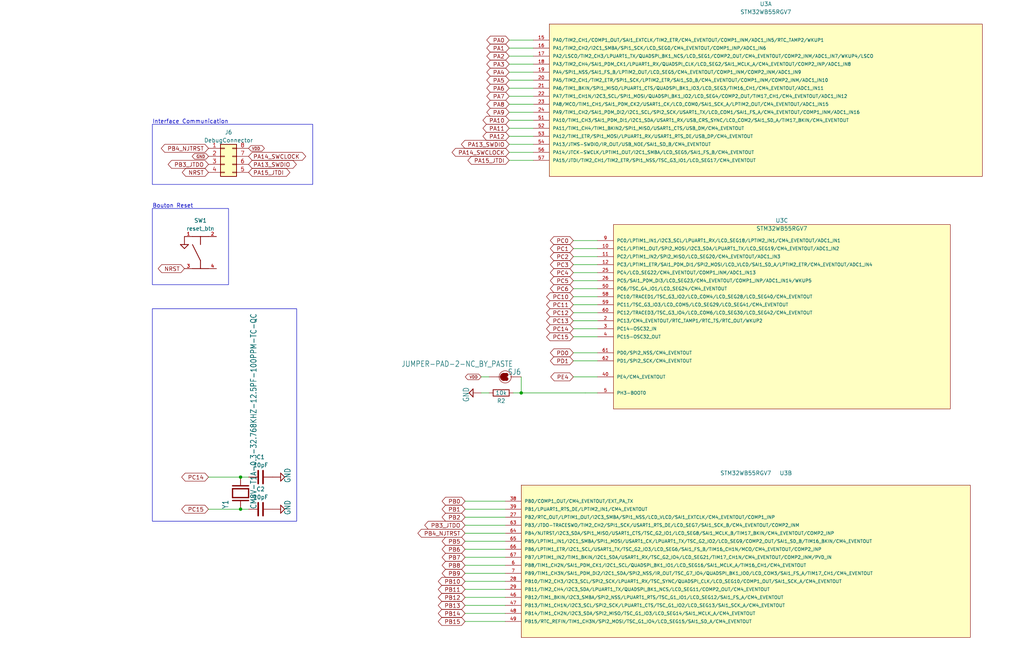
<source format=kicad_sch>
(kicad_sch (version 20230121) (generator eeschema)
  (paper "User" 324.383 210.007)
  (lib_symbols
    (symbol "Connector_Generic:Conn_02x04_Counter_Clockwise" (pin_names (offset 1.016) hide)
      (property "Reference" "J" (at 1.27 5.08 0))
      (property "Value" "Conn_02x04_Counter_Clockwise" (at 1.27 -7.62 0))
      (symbol "Conn_02x04_Counter_Clockwise_1_1"
        (pin passive line (at -5.08 2.54 0) (length 3.81) (name "Pin_1") (number "1"))
        (pin passive line (at -5.08 0 0) (length 3.81) (name "Pin_2") (number "2"))
        (pin passive line (at -5.08 -2.54 0) (length 3.81) (name "Pin_3") (number "3"))
        (pin passive line (at -5.08 -5.08 0) (length 3.81) (name "Pin_4") (number "4"))
        (pin passive line (at 7.62 -5.08 180) (length 3.81) (name "Pin_5") (number "5"))
        (pin passive line (at 7.62 -2.54 180) (length 3.81) (name "Pin_6") (number "6"))
        (pin passive line (at 7.62 0 180) (length 3.81) (name "Pin_7") (number "7"))
        (pin passive line (at 7.62 2.54 180) (length 3.81) (name "Pin_8") (number "8"))
      )
    )
    (symbol "Device:C" (pin_numbers hide) (pin_names (offset 0.254))
      (property "Reference" "C" (at 0.635 2.54 0))
      (property "Value" "C" (at 0.635 -2.54 0))
      (symbol "C_1_1"
        (pin passive line (at 0 3.81 270) (length 2.794) (name "~") (number "1"))
        (pin passive line (at 0 -3.81 90) (length 2.794) (name "~") (number "2"))
      )
    )
    (symbol "Device:R" (pin_numbers hide) (pin_names (offset 0))
      (property "Reference" "R" (at 2.032 0 90))
      (property "Value" "R" (at 0 0 90))
      (symbol "R_1_1"
        (pin passive line (at 0 3.81 270) (length 1.27) (name "~") (number "1"))
        (pin passive line (at 0 -3.81 90) (length 1.27) (name "~") (number "2"))
      )
    )
    (symbol "STM32WB55RGV7:STM32WB55RGV7" (pin_names (offset 1.016))
      (property "Reference" "U3" (at 0 29.21 0))
      (property "Value" "STM32WB55RGV7" (at 0 26.67 0))
      (symbol "STM32WB55RGV7_1_0"
        (pin bidirectional line (at -73.66 17.78 0) (length 5.08) (name "PA0/TIM2_CH1/COMP1_OUT/SAI1_EXTCLK/TIM2_ETR/CM4_EVENTOUT/COMP1_INM/ADC1_IN5/RTC_TAMP2/WKUP1") (number "15"))
        (pin bidirectional line (at -73.66 15.24 0) (length 5.08) (name "PA1/TIM2_CH2/I2C1_SMBA/SPI1_SCK/LCD_SEG0/CM4_EVENTOUT/COMP1_INP/ADC1_IN6") (number "16"))
        (pin bidirectional line (at -73.66 12.7 0) (length 5.08) (name "PA2/LSCO/TIM2_CH3/LPUART1_TX/QUADSPI_BK1_NCS/LCD_SEG1/COMP2_OUT/CM4_EVENTOUT/COMP2_INM/ADC1_IN7/WKUP4/LSCO") (number "17"))
        (pin bidirectional line (at -73.66 10.16 0) (length 5.08) (name "PA3/TIM2_CH4/SAI1_PDM_CK1/LPUART1_RX/QUADSPI_CLK/LCD_SEG2/SAI1_MCLK_A/CM4_EVENTOUT/COMP2_INP/ADC1_IN8") (number "18"))
        (pin bidirectional line (at -73.66 7.62 0) (length 5.08) (name "PA4/SPI1_NSS/SAI1_FS_B/LPTIM2_OUT/LCD_SEG5/CM4_EVENTOUT/COMP1_INM/COMP2_INM/ADC1_IN9") (number "19"))
        (pin bidirectional line (at -73.66 5.08 0) (length 5.08) (name "PA5/TIM2_CH1/TIM2_ETR/SPI1_SCK/LPTIM2_ETR/SAI1_SD_B/CM4_EVENTOUT/COMP1_INM/COMP2_INM/ADC1_IN10") (number "20"))
        (pin bidirectional line (at -73.66 2.54 0) (length 5.08) (name "PA6/TIM1_BKIN/SPI1_MISO/LPUART1_CTS/QUADSPI_BK1_IO3/LCD_SEG3/TIM16_CH1/CM4_EVENTOUT/ADC1_IN11") (number "21"))
        (pin bidirectional line (at -73.66 0 0) (length 5.08) (name "PA7/TIM1_CH1N/I2C3_SCL/SPI1_MOSI/QUADSPI_BK1_IO2/LCD_SEG4/COMP2_OUT/TIM17_CH1/CM4_EVENTOUT/ADC1_IN12") (number "22"))
        (pin bidirectional line (at -73.66 -2.54 0) (length 5.08) (name "PA8/MCO/TIM1_CH1/SAI1_PDM_CK2/USART1_CK/LCD_COM0/SAI1_SCK_A/LPTIM2_OUT/CM4_EVENTOUT/ADC1_IN15") (number "23"))
        (pin bidirectional line (at -73.66 -5.08 0) (length 5.08) (name "PA9/TIM1_CH2/SAI1_PDM_DI2/I2C1_SCL/SPI2_SCK/USART1_TX/LCD_COM1/SAI1_FS_A/CM4_EVENTOUT/COMP1_INM/ADC1_IN16") (number "24"))
        (pin bidirectional line (at -73.66 -7.62 0) (length 5.08) (name "PA10/TIM1_CH3/SAI1_PDM_DI1/I2C1_SDA/USART1_RX/USB_CRS_SYNC/LCD_COM2/SAI1_SD_A/TIM17_BKIN/CM4_EVENTOUT") (number "51"))
        (pin bidirectional line (at -73.66 -10.16 0) (length 5.08) (name "PA11/TIM1_CH4/TIM1_BKIN2/SPI1_MISO/USART1_CTS/USB_DM/CM4_EVENTOUT") (number "52"))
        (pin bidirectional line (at -73.66 -12.7 0) (length 5.08) (name "PA12/TIM1_ETR/SPI1_MOSI/LPUART1_RX/USART1_RTS_DE/USB_DP/CM4_EVENTOUT") (number "53"))
        (pin bidirectional line (at -73.66 -15.24 0) (length 5.08) (name "PA13/JTMS-SWDIO/IR_OUT/USB_NOE/SAI1_SD_B/CM4_EVENTOUT") (number "54"))
        (pin bidirectional line (at -73.66 -17.78 0) (length 5.08) (name "PA14/JTCK-SWCLK/LPTIM1_OUT/I2C1_SMBA/LCD_SEG5/SAI1_FS_B/CM4_EVENTOUT") (number "56"))
        (pin bidirectional line (at -73.66 -20.32 0) (length 5.08) (name "PA15/JTDI/TIM2_CH1/TIM2_ETR/SPI1_NSS/TSC_G3_IO1/LCD_SEG17/CM4_EVENTOUT") (number "57"))
      )
      (symbol "STM32WB55RGV7_2_0"
        (pin bidirectional line (at -76.2 12.7 0) (length 5.08) (name "PB2/RTC_OUT/LPTIM1_OUT/I2C3_SMBA/SPI1_NSS/LCD_VLCD/SAI1_EXTCLK/CM4_EVENTOUT/COMP1_INP") (number "27"))
        (pin bidirectional line (at -76.2 -7.62 0) (length 5.08) (name "PB10/TIM2_CH3/I2C3_SCL/SPI2_SCK/LPUART1_RX/TSC_SYNC/QUADSPI_CLK/LCD_SEG10/COMP1_OUT/SAI1_SCK_A/CM4_EVENTOUT") (number "28"))
        (pin bidirectional line (at -76.2 -10.16 0) (length 5.08) (name "PB11/TIM2_CH4/I2C3_SDA/LPUART1_TX/QUADSPI_BK1_NCS/LCD_SEG11/COMP2_OUT/CM4_EVENTOUT") (number "29"))
        (pin bidirectional line (at -76.2 17.78 0) (length 5.08) (name "PB0/COMP1_OUT/CM4_EVENTOUT/EXT_PA_TX") (number "38"))
        (pin bidirectional line (at -76.2 15.24 0) (length 5.08) (name "PB1/LPUART1_RTS_DE/LPTIM2_IN1/CM4_EVENTOUT") (number "39"))
        (pin bidirectional line (at -76.2 -12.7 0) (length 5.08) (name "PB12/TIM1_BKIN/I2C3_SMBA/SPI2_NSS/LPUART1_RTS/TSC_G1_IO1/LCD_SEG12/SAI1_FS_A/CM4_EVENTOUT") (number "46"))
        (pin bidirectional line (at -76.2 -15.24 0) (length 5.08) (name "PB13/TIM1_CH1N/I2C3_SCL/SPI2_SCK/LPUART1_CTS/TSC_G1_IO2/LCD_SEG13/SAI1_SCK_A/CM4_EVENTOUT") (number "47"))
        (pin bidirectional line (at -76.2 -17.78 0) (length 5.08) (name "PB14/TIM1_CH2N/I2C3_SDA/SPI2_MISO/TSC_G1_IO3/LCD_SEG14/SAI1_MCLK_A/CM4_EVENTOUT") (number "48"))
        (pin bidirectional line (at -76.2 -20.32 0) (length 5.08) (name "PB15/RTC_REFIN/TIM1_CH3N/SPI2_MOSI/TSC_G1_IO4/LCD_SEG15/SAI1_SD_A/CM4_EVENTOUT") (number "49"))
        (pin bidirectional line (at -76.2 -2.54 0) (length 5.08) (name "PB8/TIM1_CH2N/SAI1_PDM_CK1/I2C1_SCL/QUADSPI_BK1_IO1/LCD_SEG16/SAI1_MCLK_A/TIM16_CH1/CM4_EVENTOUT") (number "6"))
        (pin bidirectional line (at -76.2 10.16 0) (length 5.08) (name "PB3/JTDO-TRACESWO/TIM2_CH2/SPI1_SCK/USART1_RTS_DE/LCD_SEG7/SAI1_SCK_B/CM4_EVENTOUT/COMP2_INM") (number "63"))
        (pin bidirectional line (at -76.2 7.62 0) (length 5.08) (name "PB4/NJTRST/I2C3_SDA/SPI1_MISO/USART1_CTS/TSC_G2_IO1/LCD_SEG8/SAI1_MCLK_B/TIM17_BKIN/CM4_EVENTOUT/COMP2_INP") (number "64"))
        (pin bidirectional line (at -76.2 5.08 0) (length 5.08) (name "PB5/LPTIM1_IN1/I2C1_SMBA/SPI1_MOSI/USART1_CK/LPUART1_TX/TSC_G2_IO2/LCD_SEG9/COMP2_OUT/SAI1_SD_B/TIM16_BKIN/CM4_EVENTOUT") (number "65"))
        (pin bidirectional line (at -76.2 2.54 0) (length 5.08) (name "PB6/LPTIM1_ETR/I2C1_SCL/USART1_TX/TSC_G2_IO3/LCD_SEG6/SAI1_FS_B/TIM16_CH1N/MCO/CM4_EVENTOUT/COMP2_INP") (number "66"))
        (pin bidirectional line (at -76.2 0 0) (length 5.08) (name "PB7/LPTIM1_IN2/TIM1_BKIN/I2C1_SDA/USART1_RX/TSC_G2_IO4/LCD_SEG21/TIM17_CH1N/CM4_EVENTOUT/COMP2_INM/PVD_IN") (number "67"))
        (pin bidirectional line (at -76.2 -5.08 0) (length 5.08) (name "PB9/TIM1_CH3N/SAI1_PDM_DI2/I2C1_SDA/SPI2_NSS/IR_OUT/TSC_G7_IO4/QUADSPI_BK1_IO0/LCD_COM3/SAI1_FS_A/TIM17_CH1/CM4_EVENTOUT") (number "7"))
      )
      (symbol "STM32WB55RGV7_3_0"
        (pin bidirectional line (at -58.42 20.32 0) (length 5.08) (name "PC1/LPTIM1_OUT/SPI2_MOSI/I2C3_SDA/LPUART1_TX/LCD_SEG19/CM4_EVENTOUT/ADC1_IN2") (number "10"))
        (pin bidirectional line (at -58.42 17.78 0) (length 5.08) (name "PC2/LPTIM1_IN2/SPI2_MISO/LCD_SEG20/CM4_EVENTOUT/ADC1_IN3") (number "11"))
        (pin bidirectional line (at -58.42 15.24 0) (length 5.08) (name "PC3/LPTIM1_ETR/SAI1_PDM_DI1/SPI2_MOSI/LCD_VLCD/SAI1_SD_A/LPTIM2_ETR/CM4_EVENTOUT/ADC1_IN4") (number "12"))
        (pin bidirectional line (at -58.42 -2.54 0) (length 5.08) (name "PC13/CM4_EVENTOUT/RTC_TAMP1/RTC_TS/RTC_OUT/WKUP2") (number "2"))
        (pin bidirectional line (at -58.42 12.7 0) (length 5.08) (name "PC4/LCD_SEG22/CM4_EVENTOUT/COMP1_INM/ADC1_IN13") (number "25"))
        (pin bidirectional line (at -58.42 10.16 0) (length 5.08) (name "PC5/SAI1_PDM_DI3/LCD_SEG23/CM4_EVENTOUT/COMP1_INP/ADC1_IN14/WKUP5") (number "26"))
        (pin bidirectional line (at -58.42 -5.08 0) (length 5.08) (name "PC14-OSC32_IN") (number "3"))
        (pin bidirectional line (at -58.42 -7.62 0) (length 5.08) (name "PC15-OSC32_OUT") (number "4"))
        (pin bidirectional line (at -58.42 -20.32 0) (length 5.08) (name "PE4/CM4_EVENTOUT") (number "40"))
        (pin bidirectional line (at -58.42 -25.4 0) (length 5.08) (name "PH3-BOOT0") (number "5"))
        (pin bidirectional line (at -58.42 7.62 0) (length 5.08) (name "PC6/TSC_G4_IO1/LCD_SEG24/CM4_EVENTOUT") (number "50"))
        (pin bidirectional line (at -58.42 5.08 0) (length 5.08) (name "PC10/TRACED1/TSC_G3_IO2/LCD_COM4/LCD_SEG28/LCD_SEG40/CM4_EVENTOUT") (number "58"))
        (pin bidirectional line (at -58.42 2.54 0) (length 5.08) (name "PC11/TSC_G3_IO3/LCD_COM5/LCD_SEG29/LCD_SEG41/CM4_EVENTOUT") (number "59"))
        (pin bidirectional line (at -58.42 0 0) (length 5.08) (name "PC12/TRACED3/TSC_G3_IO4/LCD_COM6/LCD_SEG30/LCD_SEG42/CM4_EVENTOUT") (number "60"))
        (pin bidirectional line (at -58.42 -12.7 0) (length 5.08) (name "PD0/SPI2_NSS/CM4_EVENTOUT") (number "61"))
        (pin bidirectional line (at -58.42 -15.24 0) (length 5.08) (name "PD1/SPI2_SCK/CM4_EVENTOUT") (number "62"))
        (pin bidirectional line (at -58.42 22.86 0) (length 5.08) (name "PC0/LPTIM1_IN1/I2C3_SCL/LPUART1_RX/LCD_SEG18/LPTIM2_IN1/CM4_EVENTOUT/ADC1_IN1") (number "9"))
      )
      (symbol "STM32WB55RGV7_4_0"
        (pin power_in line (at 22.86 15.24 180) (length 5.08) (name "VBAT") (number "1"))
        (pin power_in line (at 22.86 10.16 180) (length 5.08) (name "VREF+/VREFBUF_OUT") (number "13"))
        (pin power_in line (at 22.86 20.32 180) (length 5.08) (name "VDDA") (number "14"))
        (pin power_in line (at -22.86 22.86 0) (length 5.08) (name "VDD") (number "30"))
        (pin bidirectional line (at -22.86 -15.24 0) (length 5.08) (name "RF1") (number "31"))
        (pin power_in line (at 22.86 -20.32 180) (length 5.08) (name "VSSRF") (number "32"))
        (pin power_in line (at 22.86 17.78 180) (length 5.08) (name "VDDRF") (number "33"))
        (pin output line (at -22.86 -10.16 0) (length 5.08) (name "OSC_OUT") (number "34"))
        (pin input line (at -22.86 -7.62 0) (length 5.08) (name "OSC_IN") (number "35"))
        (pin output line (at 22.86 -7.62 180) (length 5.08) (name "AT0") (number "36"))
        (pin output line (at 22.86 -10.16 180) (length 5.08) (name "AT1") (number "37"))
        (pin power_in line (at 22.86 7.62 180) (length 5.08) (name "VFBSMPS") (number "41"))
        (pin power_in line (at 22.86 -22.86 180) (length 5.08) (name "VSSSMPS") (number "42"))
        (pin power_in line (at 22.86 5.08 180) (length 5.08) (name "VLXSMPS") (number "43"))
        (pin power_in line (at 22.86 2.54 180) (length 5.08) (name "VDDSMPS") (number "44"))
        (pin power_in line (at -22.86 20.32 0) (length 5.08) (name "VDD") (number "45"))
        (pin power_in line (at 22.86 12.7 180) (length 5.08) (name "VDDUSB") (number "55"))
        (pin power_in line (at 22.86 22.86 180) (length 5.08) (name "VDD") (number "68"))
        (pin power_in line (at 22.86 -17.78 180) (length 5.08) (name "EPAD") (number "69"))
        (pin input line (at -22.86 -2.54 0) (length 5.08) (name "NRST") (number "8"))
      )
    )
    (symbol "STM32WB55RGV7_1" (pin_names (offset 1.016))
      (property "Reference" "U3" (at 0 29.21 0))
      (property "Value" "STM32WB55RGV7" (at 0 26.67 0))
      (symbol "STM32WB55RGV7_1_1_0"
        (pin bidirectional line (at -73.66 17.78 0) (length 5.08) (name "PA0/TIM2_CH1/COMP1_OUT/SAI1_EXTCLK/TIM2_ETR/CM4_EVENTOUT/COMP1_INM/ADC1_IN5/RTC_TAMP2/WKUP1") (number "15"))
        (pin bidirectional line (at -73.66 15.24 0) (length 5.08) (name "PA1/TIM2_CH2/I2C1_SMBA/SPI1_SCK/LCD_SEG0/CM4_EVENTOUT/COMP1_INP/ADC1_IN6") (number "16"))
        (pin bidirectional line (at -73.66 12.7 0) (length 5.08) (name "PA2/LSCO/TIM2_CH3/LPUART1_TX/QUADSPI_BK1_NCS/LCD_SEG1/COMP2_OUT/CM4_EVENTOUT/COMP2_INM/ADC1_IN7/WKUP4/LSCO") (number "17"))
        (pin bidirectional line (at -73.66 10.16 0) (length 5.08) (name "PA3/TIM2_CH4/SAI1_PDM_CK1/LPUART1_RX/QUADSPI_CLK/LCD_SEG2/SAI1_MCLK_A/CM4_EVENTOUT/COMP2_INP/ADC1_IN8") (number "18"))
        (pin bidirectional line (at -73.66 7.62 0) (length 5.08) (name "PA4/SPI1_NSS/SAI1_FS_B/LPTIM2_OUT/LCD_SEG5/CM4_EVENTOUT/COMP1_INM/COMP2_INM/ADC1_IN9") (number "19"))
        (pin bidirectional line (at -73.66 5.08 0) (length 5.08) (name "PA5/TIM2_CH1/TIM2_ETR/SPI1_SCK/LPTIM2_ETR/SAI1_SD_B/CM4_EVENTOUT/COMP1_INM/COMP2_INM/ADC1_IN10") (number "20"))
        (pin bidirectional line (at -73.66 2.54 0) (length 5.08) (name "PA6/TIM1_BKIN/SPI1_MISO/LPUART1_CTS/QUADSPI_BK1_IO3/LCD_SEG3/TIM16_CH1/CM4_EVENTOUT/ADC1_IN11") (number "21"))
        (pin bidirectional line (at -73.66 0 0) (length 5.08) (name "PA7/TIM1_CH1N/I2C3_SCL/SPI1_MOSI/QUADSPI_BK1_IO2/LCD_SEG4/COMP2_OUT/TIM17_CH1/CM4_EVENTOUT/ADC1_IN12") (number "22"))
        (pin bidirectional line (at -73.66 -2.54 0) (length 5.08) (name "PA8/MCO/TIM1_CH1/SAI1_PDM_CK2/USART1_CK/LCD_COM0/SAI1_SCK_A/LPTIM2_OUT/CM4_EVENTOUT/ADC1_IN15") (number "23"))
        (pin bidirectional line (at -73.66 -5.08 0) (length 5.08) (name "PA9/TIM1_CH2/SAI1_PDM_DI2/I2C1_SCL/SPI2_SCK/USART1_TX/LCD_COM1/SAI1_FS_A/CM4_EVENTOUT/COMP1_INM/ADC1_IN16") (number "24"))
        (pin bidirectional line (at -73.66 -7.62 0) (length 5.08) (name "PA10/TIM1_CH3/SAI1_PDM_DI1/I2C1_SDA/USART1_RX/USB_CRS_SYNC/LCD_COM2/SAI1_SD_A/TIM17_BKIN/CM4_EVENTOUT") (number "51"))
        (pin bidirectional line (at -73.66 -10.16 0) (length 5.08) (name "PA11/TIM1_CH4/TIM1_BKIN2/SPI1_MISO/USART1_CTS/USB_DM/CM4_EVENTOUT") (number "52"))
        (pin bidirectional line (at -73.66 -12.7 0) (length 5.08) (name "PA12/TIM1_ETR/SPI1_MOSI/LPUART1_RX/USART1_RTS_DE/USB_DP/CM4_EVENTOUT") (number "53"))
        (pin bidirectional line (at -73.66 -15.24 0) (length 5.08) (name "PA13/JTMS-SWDIO/IR_OUT/USB_NOE/SAI1_SD_B/CM4_EVENTOUT") (number "54"))
        (pin bidirectional line (at -73.66 -17.78 0) (length 5.08) (name "PA14/JTCK-SWCLK/LPTIM1_OUT/I2C1_SMBA/LCD_SEG5/SAI1_FS_B/CM4_EVENTOUT") (number "56"))
        (pin bidirectional line (at -73.66 -20.32 0) (length 5.08) (name "PA15/JTDI/TIM2_CH1/TIM2_ETR/SPI1_NSS/TSC_G3_IO1/LCD_SEG17/CM4_EVENTOUT") (number "57"))
      )
      (symbol "STM32WB55RGV7_1_2_0"
        (pin bidirectional line (at -76.2 12.7 0) (length 5.08) (name "PB2/RTC_OUT/LPTIM1_OUT/I2C3_SMBA/SPI1_NSS/LCD_VLCD/SAI1_EXTCLK/CM4_EVENTOUT/COMP1_INP") (number "27"))
        (pin bidirectional line (at -76.2 -7.62 0) (length 5.08) (name "PB10/TIM2_CH3/I2C3_SCL/SPI2_SCK/LPUART1_RX/TSC_SYNC/QUADSPI_CLK/LCD_SEG10/COMP1_OUT/SAI1_SCK_A/CM4_EVENTOUT") (number "28"))
        (pin bidirectional line (at -76.2 -10.16 0) (length 5.08) (name "PB11/TIM2_CH4/I2C3_SDA/LPUART1_TX/QUADSPI_BK1_NCS/LCD_SEG11/COMP2_OUT/CM4_EVENTOUT") (number "29"))
        (pin bidirectional line (at -76.2 17.78 0) (length 5.08) (name "PB0/COMP1_OUT/CM4_EVENTOUT/EXT_PA_TX") (number "38"))
        (pin bidirectional line (at -76.2 15.24 0) (length 5.08) (name "PB1/LPUART1_RTS_DE/LPTIM2_IN1/CM4_EVENTOUT") (number "39"))
        (pin bidirectional line (at -76.2 -12.7 0) (length 5.08) (name "PB12/TIM1_BKIN/I2C3_SMBA/SPI2_NSS/LPUART1_RTS/TSC_G1_IO1/LCD_SEG12/SAI1_FS_A/CM4_EVENTOUT") (number "46"))
        (pin bidirectional line (at -76.2 -15.24 0) (length 5.08) (name "PB13/TIM1_CH1N/I2C3_SCL/SPI2_SCK/LPUART1_CTS/TSC_G1_IO2/LCD_SEG13/SAI1_SCK_A/CM4_EVENTOUT") (number "47"))
        (pin bidirectional line (at -76.2 -17.78 0) (length 5.08) (name "PB14/TIM1_CH2N/I2C3_SDA/SPI2_MISO/TSC_G1_IO3/LCD_SEG14/SAI1_MCLK_A/CM4_EVENTOUT") (number "48"))
        (pin bidirectional line (at -76.2 -20.32 0) (length 5.08) (name "PB15/RTC_REFIN/TIM1_CH3N/SPI2_MOSI/TSC_G1_IO4/LCD_SEG15/SAI1_SD_A/CM4_EVENTOUT") (number "49"))
        (pin bidirectional line (at -76.2 -2.54 0) (length 5.08) (name "PB8/TIM1_CH2N/SAI1_PDM_CK1/I2C1_SCL/QUADSPI_BK1_IO1/LCD_SEG16/SAI1_MCLK_A/TIM16_CH1/CM4_EVENTOUT") (number "6"))
        (pin bidirectional line (at -76.2 10.16 0) (length 5.08) (name "PB3/JTDO-TRACESWO/TIM2_CH2/SPI1_SCK/USART1_RTS_DE/LCD_SEG7/SAI1_SCK_B/CM4_EVENTOUT/COMP2_INM") (number "63"))
        (pin bidirectional line (at -76.2 7.62 0) (length 5.08) (name "PB4/NJTRST/I2C3_SDA/SPI1_MISO/USART1_CTS/TSC_G2_IO1/LCD_SEG8/SAI1_MCLK_B/TIM17_BKIN/CM4_EVENTOUT/COMP2_INP") (number "64"))
        (pin bidirectional line (at -76.2 5.08 0) (length 5.08) (name "PB5/LPTIM1_IN1/I2C1_SMBA/SPI1_MOSI/USART1_CK/LPUART1_TX/TSC_G2_IO2/LCD_SEG9/COMP2_OUT/SAI1_SD_B/TIM16_BKIN/CM4_EVENTOUT") (number "65"))
        (pin bidirectional line (at -76.2 2.54 0) (length 5.08) (name "PB6/LPTIM1_ETR/I2C1_SCL/USART1_TX/TSC_G2_IO3/LCD_SEG6/SAI1_FS_B/TIM16_CH1N/MCO/CM4_EVENTOUT/COMP2_INP") (number "66"))
        (pin bidirectional line (at -76.2 0 0) (length 5.08) (name "PB7/LPTIM1_IN2/TIM1_BKIN/I2C1_SDA/USART1_RX/TSC_G2_IO4/LCD_SEG21/TIM17_CH1N/CM4_EVENTOUT/COMP2_INM/PVD_IN") (number "67"))
        (pin bidirectional line (at -76.2 -5.08 0) (length 5.08) (name "PB9/TIM1_CH3N/SAI1_PDM_DI2/I2C1_SDA/SPI2_NSS/IR_OUT/TSC_G7_IO4/QUADSPI_BK1_IO0/LCD_COM3/SAI1_FS_A/TIM17_CH1/CM4_EVENTOUT") (number "7"))
      )
      (symbol "STM32WB55RGV7_1_3_0"
        (pin bidirectional line (at -58.42 20.32 0) (length 5.08) (name "PC1/LPTIM1_OUT/SPI2_MOSI/I2C3_SDA/LPUART1_TX/LCD_SEG19/CM4_EVENTOUT/ADC1_IN2") (number "10"))
        (pin bidirectional line (at -58.42 17.78 0) (length 5.08) (name "PC2/LPTIM1_IN2/SPI2_MISO/LCD_SEG20/CM4_EVENTOUT/ADC1_IN3") (number "11"))
        (pin bidirectional line (at -58.42 15.24 0) (length 5.08) (name "PC3/LPTIM1_ETR/SAI1_PDM_DI1/SPI2_MOSI/LCD_VLCD/SAI1_SD_A/LPTIM2_ETR/CM4_EVENTOUT/ADC1_IN4") (number "12"))
        (pin bidirectional line (at -58.42 -2.54 0) (length 5.08) (name "PC13/CM4_EVENTOUT/RTC_TAMP1/RTC_TS/RTC_OUT/WKUP2") (number "2"))
        (pin bidirectional line (at -58.42 12.7 0) (length 5.08) (name "PC4/LCD_SEG22/CM4_EVENTOUT/COMP1_INM/ADC1_IN13") (number "25"))
        (pin bidirectional line (at -58.42 10.16 0) (length 5.08) (name "PC5/SAI1_PDM_DI3/LCD_SEG23/CM4_EVENTOUT/COMP1_INP/ADC1_IN14/WKUP5") (number "26"))
        (pin bidirectional line (at -58.42 -5.08 0) (length 5.08) (name "PC14-OSC32_IN") (number "3"))
        (pin bidirectional line (at -58.42 -7.62 0) (length 5.08) (name "PC15-OSC32_OUT") (number "4"))
        (pin bidirectional line (at -58.42 -20.32 0) (length 5.08) (name "PE4/CM4_EVENTOUT") (number "40"))
        (pin bidirectional line (at -58.42 -25.4 0) (length 5.08) (name "PH3-BOOT0") (number "5"))
        (pin bidirectional line (at -58.42 7.62 0) (length 5.08) (name "PC6/TSC_G4_IO1/LCD_SEG24/CM4_EVENTOUT") (number "50"))
        (pin bidirectional line (at -58.42 5.08 0) (length 5.08) (name "PC10/TRACED1/TSC_G3_IO2/LCD_COM4/LCD_SEG28/LCD_SEG40/CM4_EVENTOUT") (number "58"))
        (pin bidirectional line (at -58.42 2.54 0) (length 5.08) (name "PC11/TSC_G3_IO3/LCD_COM5/LCD_SEG29/LCD_SEG41/CM4_EVENTOUT") (number "59"))
        (pin bidirectional line (at -58.42 0 0) (length 5.08) (name "PC12/TRACED3/TSC_G3_IO4/LCD_COM6/LCD_SEG30/LCD_SEG42/CM4_EVENTOUT") (number "60"))
        (pin bidirectional line (at -58.42 -12.7 0) (length 5.08) (name "PD0/SPI2_NSS/CM4_EVENTOUT") (number "61"))
        (pin bidirectional line (at -58.42 -15.24 0) (length 5.08) (name "PD1/SPI2_SCK/CM4_EVENTOUT") (number "62"))
        (pin bidirectional line (at -58.42 22.86 0) (length 5.08) (name "PC0/LPTIM1_IN1/I2C3_SCL/LPUART1_RX/LCD_SEG18/LPTIM2_IN1/CM4_EVENTOUT/ADC1_IN1") (number "9"))
      )
      (symbol "STM32WB55RGV7_1_4_0"
        (pin power_in line (at 22.86 15.24 180) (length 5.08) (name "VBAT") (number "1"))
        (pin power_in line (at 22.86 10.16 180) (length 5.08) (name "VREF+/VREFBUF_OUT") (number "13"))
        (pin power_in line (at 22.86 20.32 180) (length 5.08) (name "VDDA") (number "14"))
        (pin power_in line (at -22.86 22.86 0) (length 5.08) (name "VDD") (number "30"))
        (pin bidirectional line (at -22.86 -15.24 0) (length 5.08) (name "RF1") (number "31"))
        (pin power_in line (at 22.86 -20.32 180) (length 5.08) (name "VSSRF") (number "32"))
        (pin power_in line (at 22.86 17.78 180) (length 5.08) (name "VDDRF") (number "33"))
        (pin output line (at -22.86 -10.16 0) (length 5.08) (name "OSC_OUT") (number "34"))
        (pin input line (at -22.86 -7.62 0) (length 5.08) (name "OSC_IN") (number "35"))
        (pin output line (at 22.86 -7.62 180) (length 5.08) (name "AT0") (number "36"))
        (pin output line (at 22.86 -10.16 180) (length 5.08) (name "AT1") (number "37"))
        (pin power_in line (at 22.86 7.62 180) (length 5.08) (name "VFBSMPS") (number "41"))
        (pin power_in line (at 22.86 -22.86 180) (length 5.08) (name "VSSSMPS") (number "42"))
        (pin power_in line (at 22.86 5.08 180) (length 5.08) (name "VLXSMPS") (number "43"))
        (pin power_in line (at 22.86 2.54 180) (length 5.08) (name "VDDSMPS") (number "44"))
        (pin power_in line (at -22.86 20.32 0) (length 5.08) (name "VDD") (number "45"))
        (pin power_in line (at 22.86 12.7 180) (length 5.08) (name "VDDUSB") (number "55"))
        (pin power_in line (at 22.86 22.86 180) (length 5.08) (name "VDD") (number "68"))
        (pin power_in line (at 22.86 -17.78 180) (length 5.08) (name "EPAD") (number "69"))
        (pin input line (at -22.86 -2.54 0) (length 5.08) (name "NRST") (number "8"))
      )
    )
    (symbol "STM32WB55RGV7_2" (pin_names (offset 1.016))
      (property "Reference" "U3" (at 0 29.21 0))
      (property "Value" "STM32WB55RGV7" (at 0 26.67 0))
      (symbol "STM32WB55RGV7_2_1_0"
        (pin bidirectional line (at -73.66 17.78 0) (length 5.08) (name "PA0/TIM2_CH1/COMP1_OUT/SAI1_EXTCLK/TIM2_ETR/CM4_EVENTOUT/COMP1_INM/ADC1_IN5/RTC_TAMP2/WKUP1") (number "15"))
        (pin bidirectional line (at -73.66 15.24 0) (length 5.08) (name "PA1/TIM2_CH2/I2C1_SMBA/SPI1_SCK/LCD_SEG0/CM4_EVENTOUT/COMP1_INP/ADC1_IN6") (number "16"))
        (pin bidirectional line (at -73.66 12.7 0) (length 5.08) (name "PA2/LSCO/TIM2_CH3/LPUART1_TX/QUADSPI_BK1_NCS/LCD_SEG1/COMP2_OUT/CM4_EVENTOUT/COMP2_INM/ADC1_IN7/WKUP4/LSCO") (number "17"))
        (pin bidirectional line (at -73.66 10.16 0) (length 5.08) (name "PA3/TIM2_CH4/SAI1_PDM_CK1/LPUART1_RX/QUADSPI_CLK/LCD_SEG2/SAI1_MCLK_A/CM4_EVENTOUT/COMP2_INP/ADC1_IN8") (number "18"))
        (pin bidirectional line (at -73.66 7.62 0) (length 5.08) (name "PA4/SPI1_NSS/SAI1_FS_B/LPTIM2_OUT/LCD_SEG5/CM4_EVENTOUT/COMP1_INM/COMP2_INM/ADC1_IN9") (number "19"))
        (pin bidirectional line (at -73.66 5.08 0) (length 5.08) (name "PA5/TIM2_CH1/TIM2_ETR/SPI1_SCK/LPTIM2_ETR/SAI1_SD_B/CM4_EVENTOUT/COMP1_INM/COMP2_INM/ADC1_IN10") (number "20"))
        (pin bidirectional line (at -73.66 2.54 0) (length 5.08) (name "PA6/TIM1_BKIN/SPI1_MISO/LPUART1_CTS/QUADSPI_BK1_IO3/LCD_SEG3/TIM16_CH1/CM4_EVENTOUT/ADC1_IN11") (number "21"))
        (pin bidirectional line (at -73.66 0 0) (length 5.08) (name "PA7/TIM1_CH1N/I2C3_SCL/SPI1_MOSI/QUADSPI_BK1_IO2/LCD_SEG4/COMP2_OUT/TIM17_CH1/CM4_EVENTOUT/ADC1_IN12") (number "22"))
        (pin bidirectional line (at -73.66 -2.54 0) (length 5.08) (name "PA8/MCO/TIM1_CH1/SAI1_PDM_CK2/USART1_CK/LCD_COM0/SAI1_SCK_A/LPTIM2_OUT/CM4_EVENTOUT/ADC1_IN15") (number "23"))
        (pin bidirectional line (at -73.66 -5.08 0) (length 5.08) (name "PA9/TIM1_CH2/SAI1_PDM_DI2/I2C1_SCL/SPI2_SCK/USART1_TX/LCD_COM1/SAI1_FS_A/CM4_EVENTOUT/COMP1_INM/ADC1_IN16") (number "24"))
        (pin bidirectional line (at -73.66 -7.62 0) (length 5.08) (name "PA10/TIM1_CH3/SAI1_PDM_DI1/I2C1_SDA/USART1_RX/USB_CRS_SYNC/LCD_COM2/SAI1_SD_A/TIM17_BKIN/CM4_EVENTOUT") (number "51"))
        (pin bidirectional line (at -73.66 -10.16 0) (length 5.08) (name "PA11/TIM1_CH4/TIM1_BKIN2/SPI1_MISO/USART1_CTS/USB_DM/CM4_EVENTOUT") (number "52"))
        (pin bidirectional line (at -73.66 -12.7 0) (length 5.08) (name "PA12/TIM1_ETR/SPI1_MOSI/LPUART1_RX/USART1_RTS_DE/USB_DP/CM4_EVENTOUT") (number "53"))
        (pin bidirectional line (at -73.66 -15.24 0) (length 5.08) (name "PA13/JTMS-SWDIO/IR_OUT/USB_NOE/SAI1_SD_B/CM4_EVENTOUT") (number "54"))
        (pin bidirectional line (at -73.66 -17.78 0) (length 5.08) (name "PA14/JTCK-SWCLK/LPTIM1_OUT/I2C1_SMBA/LCD_SEG5/SAI1_FS_B/CM4_EVENTOUT") (number "56"))
        (pin bidirectional line (at -73.66 -20.32 0) (length 5.08) (name "PA15/JTDI/TIM2_CH1/TIM2_ETR/SPI1_NSS/TSC_G3_IO1/LCD_SEG17/CM4_EVENTOUT") (number "57"))
      )
      (symbol "STM32WB55RGV7_2_2_0"
        (pin bidirectional line (at -76.2 12.7 0) (length 5.08) (name "PB2/RTC_OUT/LPTIM1_OUT/I2C3_SMBA/SPI1_NSS/LCD_VLCD/SAI1_EXTCLK/CM4_EVENTOUT/COMP1_INP") (number "27"))
        (pin bidirectional line (at -76.2 -7.62 0) (length 5.08) (name "PB10/TIM2_CH3/I2C3_SCL/SPI2_SCK/LPUART1_RX/TSC_SYNC/QUADSPI_CLK/LCD_SEG10/COMP1_OUT/SAI1_SCK_A/CM4_EVENTOUT") (number "28"))
        (pin bidirectional line (at -76.2 -10.16 0) (length 5.08) (name "PB11/TIM2_CH4/I2C3_SDA/LPUART1_TX/QUADSPI_BK1_NCS/LCD_SEG11/COMP2_OUT/CM4_EVENTOUT") (number "29"))
        (pin bidirectional line (at -76.2 17.78 0) (length 5.08) (name "PB0/COMP1_OUT/CM4_EVENTOUT/EXT_PA_TX") (number "38"))
        (pin bidirectional line (at -76.2 15.24 0) (length 5.08) (name "PB1/LPUART1_RTS_DE/LPTIM2_IN1/CM4_EVENTOUT") (number "39"))
        (pin bidirectional line (at -76.2 -12.7 0) (length 5.08) (name "PB12/TIM1_BKIN/I2C3_SMBA/SPI2_NSS/LPUART1_RTS/TSC_G1_IO1/LCD_SEG12/SAI1_FS_A/CM4_EVENTOUT") (number "46"))
        (pin bidirectional line (at -76.2 -15.24 0) (length 5.08) (name "PB13/TIM1_CH1N/I2C3_SCL/SPI2_SCK/LPUART1_CTS/TSC_G1_IO2/LCD_SEG13/SAI1_SCK_A/CM4_EVENTOUT") (number "47"))
        (pin bidirectional line (at -76.2 -17.78 0) (length 5.08) (name "PB14/TIM1_CH2N/I2C3_SDA/SPI2_MISO/TSC_G1_IO3/LCD_SEG14/SAI1_MCLK_A/CM4_EVENTOUT") (number "48"))
        (pin bidirectional line (at -76.2 -20.32 0) (length 5.08) (name "PB15/RTC_REFIN/TIM1_CH3N/SPI2_MOSI/TSC_G1_IO4/LCD_SEG15/SAI1_SD_A/CM4_EVENTOUT") (number "49"))
        (pin bidirectional line (at -76.2 -2.54 0) (length 5.08) (name "PB8/TIM1_CH2N/SAI1_PDM_CK1/I2C1_SCL/QUADSPI_BK1_IO1/LCD_SEG16/SAI1_MCLK_A/TIM16_CH1/CM4_EVENTOUT") (number "6"))
        (pin bidirectional line (at -76.2 10.16 0) (length 5.08) (name "PB3/JTDO-TRACESWO/TIM2_CH2/SPI1_SCK/USART1_RTS_DE/LCD_SEG7/SAI1_SCK_B/CM4_EVENTOUT/COMP2_INM") (number "63"))
        (pin bidirectional line (at -76.2 7.62 0) (length 5.08) (name "PB4/NJTRST/I2C3_SDA/SPI1_MISO/USART1_CTS/TSC_G2_IO1/LCD_SEG8/SAI1_MCLK_B/TIM17_BKIN/CM4_EVENTOUT/COMP2_INP") (number "64"))
        (pin bidirectional line (at -76.2 5.08 0) (length 5.08) (name "PB5/LPTIM1_IN1/I2C1_SMBA/SPI1_MOSI/USART1_CK/LPUART1_TX/TSC_G2_IO2/LCD_SEG9/COMP2_OUT/SAI1_SD_B/TIM16_BKIN/CM4_EVENTOUT") (number "65"))
        (pin bidirectional line (at -76.2 2.54 0) (length 5.08) (name "PB6/LPTIM1_ETR/I2C1_SCL/USART1_TX/TSC_G2_IO3/LCD_SEG6/SAI1_FS_B/TIM16_CH1N/MCO/CM4_EVENTOUT/COMP2_INP") (number "66"))
        (pin bidirectional line (at -76.2 0 0) (length 5.08) (name "PB7/LPTIM1_IN2/TIM1_BKIN/I2C1_SDA/USART1_RX/TSC_G2_IO4/LCD_SEG21/TIM17_CH1N/CM4_EVENTOUT/COMP2_INM/PVD_IN") (number "67"))
        (pin bidirectional line (at -76.2 -5.08 0) (length 5.08) (name "PB9/TIM1_CH3N/SAI1_PDM_DI2/I2C1_SDA/SPI2_NSS/IR_OUT/TSC_G7_IO4/QUADSPI_BK1_IO0/LCD_COM3/SAI1_FS_A/TIM17_CH1/CM4_EVENTOUT") (number "7"))
      )
      (symbol "STM32WB55RGV7_2_3_0"
        (pin bidirectional line (at -58.42 20.32 0) (length 5.08) (name "PC1/LPTIM1_OUT/SPI2_MOSI/I2C3_SDA/LPUART1_TX/LCD_SEG19/CM4_EVENTOUT/ADC1_IN2") (number "10"))
        (pin bidirectional line (at -58.42 17.78 0) (length 5.08) (name "PC2/LPTIM1_IN2/SPI2_MISO/LCD_SEG20/CM4_EVENTOUT/ADC1_IN3") (number "11"))
        (pin bidirectional line (at -58.42 15.24 0) (length 5.08) (name "PC3/LPTIM1_ETR/SAI1_PDM_DI1/SPI2_MOSI/LCD_VLCD/SAI1_SD_A/LPTIM2_ETR/CM4_EVENTOUT/ADC1_IN4") (number "12"))
        (pin bidirectional line (at -58.42 -2.54 0) (length 5.08) (name "PC13/CM4_EVENTOUT/RTC_TAMP1/RTC_TS/RTC_OUT/WKUP2") (number "2"))
        (pin bidirectional line (at -58.42 12.7 0) (length 5.08) (name "PC4/LCD_SEG22/CM4_EVENTOUT/COMP1_INM/ADC1_IN13") (number "25"))
        (pin bidirectional line (at -58.42 10.16 0) (length 5.08) (name "PC5/SAI1_PDM_DI3/LCD_SEG23/CM4_EVENTOUT/COMP1_INP/ADC1_IN14/WKUP5") (number "26"))
        (pin bidirectional line (at -58.42 -5.08 0) (length 5.08) (name "PC14-OSC32_IN") (number "3"))
        (pin bidirectional line (at -58.42 -7.62 0) (length 5.08) (name "PC15-OSC32_OUT") (number "4"))
        (pin bidirectional line (at -58.42 -20.32 0) (length 5.08) (name "PE4/CM4_EVENTOUT") (number "40"))
        (pin bidirectional line (at -58.42 -25.4 0) (length 5.08) (name "PH3-BOOT0") (number "5"))
        (pin bidirectional line (at -58.42 7.62 0) (length 5.08) (name "PC6/TSC_G4_IO1/LCD_SEG24/CM4_EVENTOUT") (number "50"))
        (pin bidirectional line (at -58.42 5.08 0) (length 5.08) (name "PC10/TRACED1/TSC_G3_IO2/LCD_COM4/LCD_SEG28/LCD_SEG40/CM4_EVENTOUT") (number "58"))
        (pin bidirectional line (at -58.42 2.54 0) (length 5.08) (name "PC11/TSC_G3_IO3/LCD_COM5/LCD_SEG29/LCD_SEG41/CM4_EVENTOUT") (number "59"))
        (pin bidirectional line (at -58.42 0 0) (length 5.08) (name "PC12/TRACED3/TSC_G3_IO4/LCD_COM6/LCD_SEG30/LCD_SEG42/CM4_EVENTOUT") (number "60"))
        (pin bidirectional line (at -58.42 -12.7 0) (length 5.08) (name "PD0/SPI2_NSS/CM4_EVENTOUT") (number "61"))
        (pin bidirectional line (at -58.42 -15.24 0) (length 5.08) (name "PD1/SPI2_SCK/CM4_EVENTOUT") (number "62"))
        (pin bidirectional line (at -58.42 22.86 0) (length 5.08) (name "PC0/LPTIM1_IN1/I2C3_SCL/LPUART1_RX/LCD_SEG18/LPTIM2_IN1/CM4_EVENTOUT/ADC1_IN1") (number "9"))
      )
      (symbol "STM32WB55RGV7_2_4_0"
        (pin power_in line (at 22.86 15.24 180) (length 5.08) (name "VBAT") (number "1"))
        (pin power_in line (at 22.86 10.16 180) (length 5.08) (name "VREF+/VREFBUF_OUT") (number "13"))
        (pin power_in line (at 22.86 20.32 180) (length 5.08) (name "VDDA") (number "14"))
        (pin power_in line (at -22.86 22.86 0) (length 5.08) (name "VDD") (number "30"))
        (pin bidirectional line (at -22.86 -15.24 0) (length 5.08) (name "RF1") (number "31"))
        (pin power_in line (at 22.86 -20.32 180) (length 5.08) (name "VSSRF") (number "32"))
        (pin power_in line (at 22.86 17.78 180) (length 5.08) (name "VDDRF") (number "33"))
        (pin output line (at -22.86 -10.16 0) (length 5.08) (name "OSC_OUT") (number "34"))
        (pin input line (at -22.86 -7.62 0) (length 5.08) (name "OSC_IN") (number "35"))
        (pin output line (at 22.86 -7.62 180) (length 5.08) (name "AT0") (number "36"))
        (pin output line (at 22.86 -10.16 180) (length 5.08) (name "AT1") (number "37"))
        (pin power_in line (at 22.86 7.62 180) (length 5.08) (name "VFBSMPS") (number "41"))
        (pin power_in line (at 22.86 -22.86 180) (length 5.08) (name "VSSSMPS") (number "42"))
        (pin power_in line (at 22.86 5.08 180) (length 5.08) (name "VLXSMPS") (number "43"))
        (pin power_in line (at 22.86 2.54 180) (length 5.08) (name "VDDSMPS") (number "44"))
        (pin power_in line (at -22.86 20.32 0) (length 5.08) (name "VDD") (number "45"))
        (pin power_in line (at 22.86 12.7 180) (length 5.08) (name "VDDUSB") (number "55"))
        (pin power_in line (at 22.86 22.86 180) (length 5.08) (name "VDD") (number "68"))
        (pin power_in line (at 22.86 -17.78 180) (length 5.08) (name "EPAD") (number "69"))
        (pin input line (at -22.86 -2.54 0) (length 5.08) (name "NRST") (number "8"))
      )
    )
    (symbol "SideBtn434331013822:434331013822" (pin_names (offset 1.016))
      (property "Reference" "SW" (at -3.81 6.35 0))
      (property "Value" "434331013822" (at -3.81 -7.62 0))
      (symbol "434331013822_0_0"
        (pin passive line (at -5.08 5.08 0) (length 2.54) (name "~") (number "1"))
        (pin passive line (at 5.08 5.08 180) (length 2.54) (name "~") (number "2"))
        (pin passive line (at -5.08 -5.08 0) (length 2.54) (name "~") (number "3"))
        (pin passive line (at 5.08 -5.08 180) (length 2.54) (name "~") (number "4"))
      )
    )
    (symbol "board-eagle-import:CM8V-T1A-0.3-32.768KHZ-12.5PF-100PPM-TC-QC"
      (property "Reference" "Y" (at -5.0878 3.8158 0))
      (symbol "CM8V-T1A-0.3-32.768KHZ-12.5PF-100PPM-TC-QC_1_0"
        (pin passive line (at -5.08 0 0) (length 2.54) (name "1") (number "1"))
        (pin passive line (at 5.08 0 180) (length 2.54) (name "2") (number "2"))
      )
    )
    (symbol "board-eagle-import:GND" (power)
      (property "Value" "GND" (at -1.905 -3.175 0))
      (symbol "GND_1_0"
        (pin power_in line (at 0 2.54 270) (length 2.54) (name "GND") (number "1"))
      )
    )
    (symbol "board-eagle-import:JUMPER-PAD-2-NC_BY_PASTE"
      (property "Reference" "SJ" (at -2.54 2.54 0))
      (symbol "JUMPER-PAD-2-NC_BY_PASTE_1_0"
        (pin passive line (at -5.08 0 0) (length 2.54) (name "1") (number "1"))
        (pin passive line (at 5.08 0 180) (length 2.54) (name "2") (number "2"))
      )
    )
  )
  (junction (at 165.1 124.46))
  (junction (at 76.2 161.29))
  (junction (at 76.2 151.13))
  (wire (pts (xy 147.32 168.91) (xy 160.02 168.91)))
  (wire (pts (xy 147.32 181.61) (xy 160.02 181.61)))
  (wire (pts (xy 76.2 151.13) (xy 78.74 151.13)) (stroke (width 0.1524)))
  (wire (pts (xy 147.32 158.75) (xy 160.02 158.75)))
  (wire (pts (xy 181.61 81.28) (xy 189.23 81.28)))
  (wire (pts (xy 147.32 163.83) (xy 160.02 163.83)))
  (wire (pts (xy 161.29 38.1) (xy 168.91 38.1)))
  (wire (pts (xy 181.61 76.2) (xy 189.23 76.2)))
  (wire (pts (xy 147.32 166.37) (xy 160.02 166.37)))
  (wire (pts (xy 161.29 48.26) (xy 168.91 48.26)))
  (wire (pts (xy 147.32 179.07) (xy 160.02 179.07)))
  (wire (pts (xy 181.61 78.74) (xy 189.23 78.74)))
  (wire (pts (xy 147.32 173.99) (xy 160.02 173.99)))
  (wire (pts (xy 161.29 35.56) (xy 168.91 35.56)))
  (wire (pts (xy 161.29 22.86) (xy 168.91 22.86)))
  (wire (pts (xy 181.61 111.76) (xy 189.23 111.76)))
  (wire (pts (xy 161.29 27.94) (xy 168.91 27.94)))
  (wire (pts (xy 147.32 196.85) (xy 160.02 196.85)))
  (wire (pts (xy 181.61 86.36) (xy 189.23 86.36)))
  (wire (pts (xy 181.61 96.52) (xy 189.23 96.52)))
  (wire (pts (xy 181.61 114.3) (xy 189.23 114.3)))
  (wire (pts (xy 147.32 184.15) (xy 160.02 184.15)))
  (wire (pts (xy 161.29 40.64) (xy 168.91 40.64)))
  (wire (pts (xy 147.32 189.23) (xy 160.02 189.23)))
  (wire (pts (xy 162.56 124.46) (xy 165.1 124.46)))
  (wire (pts (xy 76.2 161.29) (xy 78.74 161.29)) (stroke (width 0.1524)))
  (wire (pts (xy 161.29 43.18) (xy 168.91 43.18)))
  (wire (pts (xy 185.42 124.46) (xy 189.23 124.46)))
  (wire (pts (xy 147.32 194.31) (xy 160.02 194.31)))
  (wire (pts (xy 66.04 151.13) (xy 76.2 151.13)) (stroke (width 0.1524)))
  (wire (pts (xy 161.29 15.24) (xy 168.91 15.24)))
  (wire (pts (xy 181.61 83.82) (xy 189.23 83.82)))
  (wire (pts (xy 161.29 50.8) (xy 168.91 50.8)))
  (wire (pts (xy 66.04 161.29) (xy 76.2 161.29)) (stroke (width 0.1524)))
  (wire (pts (xy 147.32 186.69) (xy 160.02 186.69)))
  (wire (pts (xy 181.61 119.38) (xy 189.23 119.38)))
  (wire (pts (xy 161.29 12.7) (xy 168.91 12.7)))
  (wire (pts (xy 181.61 88.9) (xy 189.23 88.9)))
  (wire (pts (xy 161.29 33.02) (xy 168.91 33.02)))
  (wire (pts (xy 181.61 101.6) (xy 189.23 101.6)))
  (wire (pts (xy 161.29 45.72) (xy 168.91 45.72)))
  (wire (pts (xy 147.32 171.45) (xy 160.02 171.45)))
  (wire (pts (xy 147.32 191.77) (xy 160.02 191.77)))
  (wire (pts (xy 165.1 119.38) (xy 165.1 124.46)) (stroke (width 0.1524)))
  (wire (pts (xy 165.1 124.46) (xy 185.42 124.46)) (stroke (width 0.1524)))
  (wire (pts (xy 181.61 106.68) (xy 189.23 106.68)))
  (wire (pts (xy 161.29 25.4) (xy 168.91 25.4)))
  (wire (pts (xy 181.61 93.98) (xy 189.23 93.98)))
  (wire (pts (xy 147.32 161.29) (xy 160.02 161.29)))
  (wire (pts (xy 181.61 104.14) (xy 189.23 104.14)))
  (wire (pts (xy 161.29 20.32) (xy 168.91 20.32)))
  (wire (pts (xy 147.32 176.53) (xy 160.02 176.53)))
  (wire (pts (xy 181.61 99.06) (xy 189.23 99.06)))
  (wire (pts (xy 161.29 30.48) (xy 168.91 30.48)))
  (wire (pts (xy 154.94 119.38) (xy 152.4 119.38)) (stroke (width 0.1524)))
  (wire (pts (xy 154.94 124.46) (xy 152.4 124.46)) (stroke (width 0.1524)))
  (wire (pts (xy 161.29 17.78) (xy 168.91 17.78)))
  (wire (pts (xy 181.61 91.44) (xy 189.23 91.44)))
  (rectangle (start 48.26 66.04) (end 72.39 90.17))
  (rectangle (start 48.26 97.79) (end 93.98 165.1))
  (rectangle (start 48.26 39.37) (end 99.06 58.42))
  (text "Bouton Reset" (at 48.26 66.04 0) (effects (font (size 1.27 1.27)) (justify left bottom)))
  (text "Interface Communication" (at 48.26 39.37 0) (effects (font (size 1.27 1.27)) (justify left bottom)))
  (global_label "PC11" (shape bidirectional) (at 181.61 96.52 180) (property "Intersheetrefs" "${INTERSHEET_REFS}" (effects hide)))
  (global_label "NRST" (shape bidirectional) (at 58.42 85.09 180) (property "Intersheetrefs" "${INTERSHEET_REFS}" (effects hide)))
  (global_label "PC3" (shape bidirectional) (at 181.61 83.82 180) (property "Intersheetrefs" "${INTERSHEET_REFS}" (effects hide)))
  (global_label "NRST" (shape bidirectional) (at 66.04 54.61 180) (property "Intersheetrefs" "${INTERSHEET_REFS}" (effects hide)))
  (global_label "PA7" (shape bidirectional) (at 161.29 30.48 180) (property "Intersheetrefs" "${INTERSHEET_REFS}" (effects hide)))
  (global_label "PC0" (shape bidirectional) (at 181.61 76.2 180) (property "Intersheetrefs" "${INTERSHEET_REFS}" (effects hide)))
  (global_label "PB0" (shape bidirectional) (at 147.32 158.75 180) (property "Intersheetrefs" "${INTERSHEET_REFS}" (effects hide)))
  (global_label "PC6" (shape bidirectional) (at 181.61 91.44 180) (property "Intersheetrefs" "${INTERSHEET_REFS}" (effects hide)))
  (global_label "PB6" (shape bidirectional) (at 147.32 173.99 180) (property "Intersheetrefs" "${INTERSHEET_REFS}" (effects hide)))
  (global_label "PA2" (shape bidirectional) (at 161.29 17.78 180) (property "Intersheetrefs" "${INTERSHEET_REFS}" (effects hide)))
  (global_label "PC10" (shape bidirectional) (at 181.61 93.98 180) (property "Intersheetrefs" "${INTERSHEET_REFS}" (effects hide)))
  (global_label "PA12" (shape bidirectional) (at 161.29 43.18 180) (property "Intersheetrefs" "${INTERSHEET_REFS}" (effects hide)))
  (global_label "PA5" (shape bidirectional) (at 161.29 25.4 180) (property "Intersheetrefs" "${INTERSHEET_REFS}" (effects hide)))
  (global_label "PC13" (shape bidirectional) (at 181.61 101.6 180) (property "Intersheetrefs" "${INTERSHEET_REFS}" (effects hide)))
  (global_label "PD0" (shape bidirectional) (at 181.61 111.76 180) (property "Intersheetrefs" "${INTERSHEET_REFS}" (effects hide)))
  (global_label "VDD" (shape bidirectional) (at 152.4 119.38 180) (effects (font (size 0.889 0.889))) (property "Intersheetrefs" "${INTERSHEET_REFS}" (effects hide)))
  (global_label "PB8" (shape bidirectional) (at 147.32 179.07 180) (property "Intersheetrefs" "${INTERSHEET_REFS}" (effects hide)))
  (global_label "PB4_NJTRST" (shape bidirectional) (at 66.04 46.99 180) (property "Intersheetrefs" "${INTERSHEET_REFS}" (effects hide)))
  (global_label "PA0" (shape bidirectional) (at 161.29 12.7 180) (property "Intersheetrefs" "${INTERSHEET_REFS}" (effects hide)))
  (global_label "PB14" (shape bidirectional) (at 147.32 194.31 180) (property "Intersheetrefs" "${INTERSHEET_REFS}" (effects hide)))
  (global_label "PB3_JTDO" (shape bidirectional) (at 66.04 52.07 180) (property "Intersheetrefs" "${INTERSHEET_REFS}" (effects hide)))
  (global_label "PB15" (shape bidirectional) (at 147.32 196.85 180) (property "Intersheetrefs" "${INTERSHEET_REFS}" (effects hide)))
  (global_label "PC12" (shape bidirectional) (at 181.61 99.06 180) (property "Intersheetrefs" "${INTERSHEET_REFS}" (effects hide)))
  (global_label "PB1" (shape bidirectional) (at 147.32 161.29 180) (property "Intersheetrefs" "${INTERSHEET_REFS}" (effects hide)))
  (global_label "PB10" (shape bidirectional) (at 147.32 184.15 180) (property "Intersheetrefs" "${INTERSHEET_REFS}" (effects hide)))
  (global_label "PC15" (shape bidirectional) (at 66.04 161.29 180) (property "Intersheetrefs" "${INTERSHEET_REFS}" (effects hide)))
  (global_label "PC4" (shape bidirectional) (at 181.61 86.36 180) (property "Intersheetrefs" "${INTERSHEET_REFS}" (effects hide)))
  (global_label "PA15_JTDI" (shape bidirectional) (at 78.74 54.61 0) (property "Intersheetrefs" "${INTERSHEET_REFS}" (effects hide)))
  (global_label "GND" (shape bidirectional) (at 66.04 49.53 180) (effects (font (size 0.889 0.889))) (property "Intersheetrefs" "${INTERSHEET_REFS}" (effects hide)))
  (global_label "PB2" (shape bidirectional) (at 147.32 163.83 180) (property "Intersheetrefs" "${INTERSHEET_REFS}" (effects hide)))
  (global_label "PA13_SWDIO" (shape bidirectional) (at 161.29 45.72 180) (property "Intersheetrefs" "${INTERSHEET_REFS}" (effects hide)))
  (global_label "PB12" (shape bidirectional) (at 147.32 189.23 180) (property "Intersheetrefs" "${INTERSHEET_REFS}" (effects hide)))
  (global_label "PA13_SWDIO" (shape bidirectional) (at 78.74 52.07 0) (property "Intersheetrefs" "${INTERSHEET_REFS}" (effects hide)))
  (global_label "PE4" (shape bidirectional) (at 181.61 119.38 180) (property "Intersheetrefs" "${INTERSHEET_REFS}" (effects hide)))
  (global_label "PA14_SWCLOCK" (shape bidirectional) (at 161.29 48.26 180) (property "Intersheetrefs" "${INTERSHEET_REFS}" (effects hide)))
  (global_label "PB5" (shape bidirectional) (at 147.32 171.45 180) (property "Intersheetrefs" "${INTERSHEET_REFS}" (effects hide)))
  (global_label "PC2" (shape bidirectional) (at 181.61 81.28 180) (property "Intersheetrefs" "${INTERSHEET_REFS}" (effects hide)))
  (global_label "PA3" (shape bidirectional) (at 161.29 20.32 180) (property "Intersheetrefs" "${INTERSHEET_REFS}" (effects hide)))
  (global_label "PA15_JTDI" (shape bidirectional) (at 161.29 50.8 180) (property "Intersheetrefs" "${INTERSHEET_REFS}" (effects hide)))
  (global_label "PA6" (shape bidirectional) (at 161.29 27.94 180) (property "Intersheetrefs" "${INTERSHEET_REFS}" (effects hide)))
  (global_label "PB13" (shape bidirectional) (at 147.32 191.77 180) (property "Intersheetrefs" "${INTERSHEET_REFS}" (effects hide)))
  (global_label "PB11" (shape bidirectional) (at 147.32 186.69 180) (property "Intersheetrefs" "${INTERSHEET_REFS}" (effects hide)))
  (global_label "PA14_SWCLOCK" (shape bidirectional) (at 78.74 49.53 0) (property "Intersheetrefs" "${INTERSHEET_REFS}" (effects hide)))
  (global_label "PC14" (shape bidirectional) (at 66.04 151.13 180) (property "Intersheetrefs" "${INTERSHEET_REFS}" (effects hide)))
  (global_label "VDD" (shape bidirectional) (at 78.74 46.99 0) (effects (font (size 0.889 0.889))) (property "Intersheetrefs" "${INTERSHEET_REFS}" (effects hide)))
  (global_label "PD1" (shape bidirectional) (at 181.61 114.3 180) (property "Intersheetrefs" "${INTERSHEET_REFS}" (effects hide)))
  (global_label "PC1" (shape bidirectional) (at 181.61 78.74 180) (property "Intersheetrefs" "${INTERSHEET_REFS}" (effects hide)))
  (global_label "PC15" (shape bidirectional) (at 181.61 106.68 180) (property "Intersheetrefs" "${INTERSHEET_REFS}" (effects hide)))
  (global_label "PA8" (shape bidirectional) (at 161.29 33.02 180) (property "Intersheetrefs" "${INTERSHEET_REFS}" (effects hide)))
  (global_label "PB4_NJTRST" (shape bidirectional) (at 147.32 168.91 180) (property "Intersheetrefs" "${INTERSHEET_REFS}" (effects hide)))
  (global_label "PC14" (shape bidirectional) (at 181.61 104.14 180) (property "Intersheetrefs" "${INTERSHEET_REFS}" (effects hide)))
  (global_label "PB9" (shape bidirectional) (at 147.32 181.61 180) (property "Intersheetrefs" "${INTERSHEET_REFS}" (effects hide)))
  (global_label "PC5" (shape bidirectional) (at 181.61 88.9 180) (property "Intersheetrefs" "${INTERSHEET_REFS}" (effects hide)))
  (global_label "PA11" (shape bidirectional) (at 161.29 40.64 180) (property "Intersheetrefs" "${INTERSHEET_REFS}" (effects hide)))
  (global_label "PA10" (shape bidirectional) (at 161.29 38.1 180) (property "Intersheetrefs" "${INTERSHEET_REFS}" (effects hide)))
  (global_label "PA4" (shape bidirectional) (at 161.29 22.86 180) (property "Intersheetrefs" "${INTERSHEET_REFS}" (effects hide)))
  (global_label "PA1" (shape bidirectional) (at 161.29 15.24 180) (property "Intersheetrefs" "${INTERSHEET_REFS}" (effects hide)))
  (global_label "PB3_JTDO" (shape bidirectional) (at 147.32 166.37 180) (property "Intersheetrefs" "${INTERSHEET_REFS}" (effects hide)))
  (global_label "PA9" (shape bidirectional) (at 161.29 35.56 180) (property "Intersheetrefs" "${INTERSHEET_REFS}" (effects hide)))
  (global_label "PB7" (shape bidirectional) (at 147.32 176.53 180) (property "Intersheetrefs" "${INTERSHEET_REFS}" (effects hide)))
  (symbol (lib_id "Device:C") (at 82.55 161.29 90) (unit 1)
    (property "Reference" "C2" (at 82.55 154.94 90))
    (property "Value" "10pF" (at 82.55 157.48 90))
    (property "Footprint" "Capacitor_SMD:C_0402_1005Metric" (effects hide))
  )
  (symbol (lib_id "Device:C") (at 82.55 151.13 90) (unit 1)
    (property "Reference" "C1" (at 82.55 144.78 90))
    (property "Value" "10pF" (at 82.55 147.32 90))
    (property "Footprint" "Capacitor_SMD:C_0402_1005Metric" (effects hide))
  )
  (symbol (lib_id "board-eagle-import:GND") (at 149.86 124.46 270) (unit 1)
    (property "Reference" "#SUPPLY025" (effects hide))
    (property "Value" "GND" (at 146.685 122.555 0) (effects (font (size 1.778 1.5113)) (justify left bottom)))
  )
  (symbol (lib_id "STM32WB55RGV7:STM32WB55RGV7") (at 242.57 30.48 0) (unit 1)
    (property "Reference" "U3" (at 242.57 1.27 0))
    (property "Value" "STM32WB55RGV7" (at 242.57 3.81 0))
    (property "Footprint" "STM32WB55RGV7:QFN40P800X800X100-69N" (effects hide))
    (property "STANDARD" "IPC-7351B" (effects hide))
    (property "MANUFACTURER" "ST Microelectronics" (effects hide))
    (property "PARTREV" "3" (effects hide))
  )
  (symbol (lib_id "board-eagle-import:JUMPER-PAD-2-NC_BY_PASTE") (at 160.02 119.38 180) (unit 1)
    (property "Reference" "SJ6" (at 165.1 116.84 0) (effects (font (size 1.778 1.5113)) (justify left bottom)))
    (property "Value" "JUMPER-PAD-2-NC_BY_PASTE" (at 162.56 114.3 0) (effects (font (size 1.778 1.5113)) (justify left bottom)))
    (property "Footprint" "board:PAD-JUMPER-2-NC_BY_PASTE_YES_SILK" (effects hide))
  )
  (symbol (lib_id "board-eagle-import:GND") (at 58.42 77.47 0) (unit 1)
    (property "Reference" "#SUPPLY024" (effects hide))
    (property "Value" "GND" (effects hide))
  )
  (symbol (lib_name "STM32WB55RGV7_1") (lib_id "STM32WB55RGV7:STM32WB55RGV7") (at 247.65 99.06 0) (unit 3)
    (property "Reference" "U3" (at 247.65 69.85 0))
    (property "Value" "STM32WB55RGV7" (at 247.65 72.39 0))
    (property "Footprint" "STM32WB55RGV7:QFN40P800X800X100-69N" (effects hide))
    (property "STANDARD" "IPC-7351B" (effects hide))
    (property "MANUFACTURER" "ST Microelectronics" (effects hide))
    (property "PARTREV" "3" (effects hide))
  )
  (symbol (lib_id "SideBtn434331013822:434331013822") (at 63.5 80.01 0) (unit 1)
    (property "Reference" "SW1" (at 63.5 69.85 0))
    (property "Value" "reset_btn" (at 63.5 72.39 0))
    (property "Footprint" "SW_434331013822" (effects hide))
    (property "STANDARD" "Manufacturer Recommendations" (effects hide))
    (property "MF" "Wurth Electronics" (effects hide))
    (property "PARTREV" "1.1" (effects hide))
  )
  (symbol (lib_id "Connector_Generic:Conn_02x04_Counter_Clockwise") (at 71.12 49.53 0) (unit 1)
    (property "Reference" "J6" (at 72.39 41.91 0))
    (property "Value" "DebugConnector" (at 72.39 44.45 0))
    (property "Footprint" "Connector_PinHeader_1.27mm:PinHeader_2x04_P1.27mm_Vertical" (effects hide))
    (instances (project "board" (path "" (reference "J6") (unit 1)) (path "" (reference "J10") (unit 1))))
  )
  (symbol (lib_id "board-eagle-import:GND") (at 88.9 161.29 90) (unit 1)
    (property "Reference" "#SUPPLY013" (effects hide))
    (property "Value" "GND" (at 92.075 163.195 0) (effects (font (size 1.778 1.5113)) (justify left bottom)))
  )
  (symbol (lib_id "board-eagle-import:CM8V-T1A-0.3-32.768KHZ-12.5PF-100PPM-TC-QC") (at 76.2 156.21 90) (unit 1)
    (property "Reference" "Y1" (at 72.3841 161.2978 0) (effects (font (size 1.7807 1.5135)) (justify left bottom)))
    (property "Value" "CM8V-T1A-0.3-32.768KHZ-12.5PF-100PPM-TC-QC" (at 81.2943 161.3043 0) (effects (font (size 1.783 1.5155)) (justify left bottom)))
    (property "Footprint" "board:XTAL_CM8V-T1A-0.3-32.768KHZ-12.5PF-100PPM-TC-QC" (effects hide))
  )
  (symbol (lib_name "STM32WB55RGV7_2") (lib_id "STM32WB55RGV7:STM32WB55RGV7") (at 236.22 176.53 0) (unit 2)
    (property "Reference" "U3" (at 248.92 149.86 0))
    (property "Value" "STM32WB55RGV7" (at 236.22 149.86 0))
    (property "Footprint" "STM32WB55RGV7:QFN40P800X800X100-69N" (effects hide))
    (property "STANDARD" "IPC-7351B" (effects hide))
    (property "MANUFACTURER" "ST Microelectronics" (effects hide))
    (property "PARTREV" "3" (effects hide))
  )
  (symbol (lib_id "Device:R") (at 158.75 124.46 270) (unit 1)
    (property "Reference" "R2" (at 158.75 127 90))
    (property "Value" "10k" (at 158.75 124.46 90))
    (property "Footprint" "Resistor_SMD:R_0402_1005Metric" (effects hide))
    (instances (project "board" (path "" (reference "R2") (unit 1)) (path "" (reference "R3") (unit 1))))
  )
  (symbol (lib_id "board-eagle-import:GND") (at 88.9 151.13 90) (unit 1)
    (property "Reference" "#SUPPLY012" (effects hide))
    (property "Value" "GND" (at 92.075 153.035 0) (effects (font (size 1.778 1.5113)) (justify left bottom)))
  )
)
</source>
